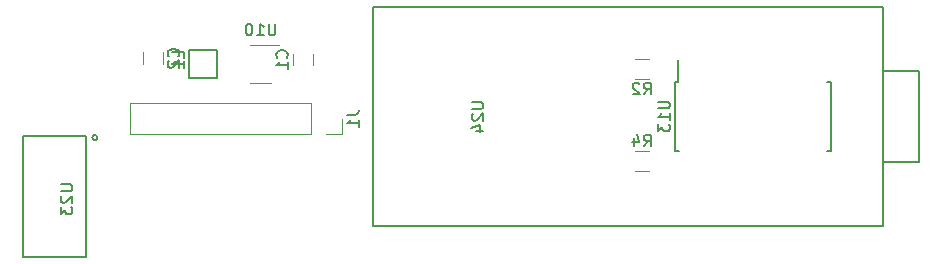
<source format=gbr>
G04 #@! TF.FileFunction,Legend,Bot*
%FSLAX46Y46*%
G04 Gerber Fmt 4.6, Leading zero omitted, Abs format (unit mm)*
G04 Created by KiCad (PCBNEW 4.0.7+dfsg1-1) date Mon Nov  5 17:33:27 2018*
%MOMM*%
%LPD*%
G01*
G04 APERTURE LIST*
%ADD10C,0.100000*%
%ADD11C,0.120000*%
%ADD12C,0.150000*%
G04 APERTURE END LIST*
D10*
D11*
X158850000Y-105400000D02*
X158850000Y-104400000D01*
X160550000Y-104400000D02*
X160550000Y-105400000D01*
X147850000Y-104300000D02*
X147850000Y-105300000D01*
X146150000Y-105300000D02*
X146150000Y-104300000D01*
X145030000Y-111230000D02*
X145030000Y-108570000D01*
X160330000Y-111230000D02*
X145030000Y-111230000D01*
X160330000Y-108570000D02*
X145030000Y-108570000D01*
X160330000Y-111230000D02*
X160330000Y-108570000D01*
X161600000Y-111230000D02*
X162930000Y-111230000D01*
X162930000Y-111230000D02*
X162930000Y-109900000D01*
X188962000Y-104812000D02*
X187762000Y-104812000D01*
X187762000Y-106572000D02*
X188962000Y-106572000D01*
X187762000Y-114372000D02*
X188962000Y-114372000D01*
X188962000Y-112612000D02*
X187762000Y-112612000D01*
X157000000Y-106910000D02*
X155200000Y-106910000D01*
X155200000Y-103690000D02*
X157650000Y-103690000D01*
D12*
X191187000Y-106767000D02*
X191437000Y-106767000D01*
X191187000Y-112617000D02*
X191522000Y-112617000D01*
X204337000Y-112617000D02*
X204002000Y-112617000D01*
X204337000Y-106767000D02*
X204002000Y-106767000D01*
X191187000Y-106767000D02*
X191187000Y-112617000D01*
X204337000Y-106767000D02*
X204337000Y-112617000D01*
X191437000Y-106767000D02*
X191437000Y-104967000D01*
X142263607Y-111500000D02*
G75*
G03X142263607Y-111500000I-223607J0D01*
G01*
X135990000Y-111400000D02*
X135990000Y-121600000D01*
X135990000Y-121600000D02*
X141290000Y-121600000D01*
X141290000Y-121600000D02*
X141290000Y-111400000D01*
X141290000Y-111400000D02*
X135990000Y-111400000D01*
X152400000Y-106500000D02*
X152400000Y-104100000D01*
X152400000Y-104100000D02*
X150000000Y-104100000D01*
X150000000Y-104100000D02*
X150000000Y-106500000D01*
X150000000Y-106500000D02*
X152400000Y-106500000D01*
X211848000Y-105878000D02*
X211848000Y-113578000D01*
X211848000Y-113578000D02*
X208798000Y-113578000D01*
X208798000Y-105878000D02*
X211848000Y-105878000D01*
X165608000Y-100458000D02*
X165608000Y-118998000D01*
X165608000Y-118998000D02*
X208788000Y-118998000D01*
X208788000Y-118998000D02*
X208788000Y-100458000D01*
X208788000Y-100458000D02*
X165608000Y-100458000D01*
X158307143Y-104733334D02*
X158354762Y-104685715D01*
X158402381Y-104542858D01*
X158402381Y-104447620D01*
X158354762Y-104304762D01*
X158259524Y-104209524D01*
X158164286Y-104161905D01*
X157973810Y-104114286D01*
X157830952Y-104114286D01*
X157640476Y-104161905D01*
X157545238Y-104209524D01*
X157450000Y-104304762D01*
X157402381Y-104447620D01*
X157402381Y-104542858D01*
X157450000Y-104685715D01*
X157497619Y-104733334D01*
X158402381Y-105685715D02*
X158402381Y-105114286D01*
X158402381Y-105400000D02*
X157402381Y-105400000D01*
X157545238Y-105304762D01*
X157640476Y-105209524D01*
X157688095Y-105114286D01*
X149107143Y-104633334D02*
X149154762Y-104585715D01*
X149202381Y-104442858D01*
X149202381Y-104347620D01*
X149154762Y-104204762D01*
X149059524Y-104109524D01*
X148964286Y-104061905D01*
X148773810Y-104014286D01*
X148630952Y-104014286D01*
X148440476Y-104061905D01*
X148345238Y-104109524D01*
X148250000Y-104204762D01*
X148202381Y-104347620D01*
X148202381Y-104442858D01*
X148250000Y-104585715D01*
X148297619Y-104633334D01*
X148297619Y-105014286D02*
X148250000Y-105061905D01*
X148202381Y-105157143D01*
X148202381Y-105395239D01*
X148250000Y-105490477D01*
X148297619Y-105538096D01*
X148392857Y-105585715D01*
X148488095Y-105585715D01*
X148630952Y-105538096D01*
X149202381Y-104966667D01*
X149202381Y-105585715D01*
X163382381Y-109566667D02*
X164096667Y-109566667D01*
X164239524Y-109519047D01*
X164334762Y-109423809D01*
X164382381Y-109280952D01*
X164382381Y-109185714D01*
X164382381Y-110566667D02*
X164382381Y-109995238D01*
X164382381Y-110280952D02*
X163382381Y-110280952D01*
X163525238Y-110185714D01*
X163620476Y-110090476D01*
X163668095Y-109995238D01*
X188528666Y-107844381D02*
X188862000Y-107368190D01*
X189100095Y-107844381D02*
X189100095Y-106844381D01*
X188719142Y-106844381D01*
X188623904Y-106892000D01*
X188576285Y-106939619D01*
X188528666Y-107034857D01*
X188528666Y-107177714D01*
X188576285Y-107272952D01*
X188623904Y-107320571D01*
X188719142Y-107368190D01*
X189100095Y-107368190D01*
X188147714Y-106939619D02*
X188100095Y-106892000D01*
X188004857Y-106844381D01*
X187766761Y-106844381D01*
X187671523Y-106892000D01*
X187623904Y-106939619D01*
X187576285Y-107034857D01*
X187576285Y-107130095D01*
X187623904Y-107272952D01*
X188195333Y-107844381D01*
X187576285Y-107844381D01*
X188528666Y-112244381D02*
X188862000Y-111768190D01*
X189100095Y-112244381D02*
X189100095Y-111244381D01*
X188719142Y-111244381D01*
X188623904Y-111292000D01*
X188576285Y-111339619D01*
X188528666Y-111434857D01*
X188528666Y-111577714D01*
X188576285Y-111672952D01*
X188623904Y-111720571D01*
X188719142Y-111768190D01*
X189100095Y-111768190D01*
X187671523Y-111577714D02*
X187671523Y-112244381D01*
X187909619Y-111196762D02*
X188147714Y-111911048D01*
X187528666Y-111911048D01*
X157338095Y-101852381D02*
X157338095Y-102661905D01*
X157290476Y-102757143D01*
X157242857Y-102804762D01*
X157147619Y-102852381D01*
X156957142Y-102852381D01*
X156861904Y-102804762D01*
X156814285Y-102757143D01*
X156766666Y-102661905D01*
X156766666Y-101852381D01*
X155766666Y-102852381D02*
X156338095Y-102852381D01*
X156052381Y-102852381D02*
X156052381Y-101852381D01*
X156147619Y-101995238D01*
X156242857Y-102090476D01*
X156338095Y-102138095D01*
X155147619Y-101852381D02*
X155052380Y-101852381D01*
X154957142Y-101900000D01*
X154909523Y-101947619D01*
X154861904Y-102042857D01*
X154814285Y-102233333D01*
X154814285Y-102471429D01*
X154861904Y-102661905D01*
X154909523Y-102757143D01*
X154957142Y-102804762D01*
X155052380Y-102852381D01*
X155147619Y-102852381D01*
X155242857Y-102804762D01*
X155290476Y-102757143D01*
X155338095Y-102661905D01*
X155385714Y-102471429D01*
X155385714Y-102233333D01*
X155338095Y-102042857D01*
X155290476Y-101947619D01*
X155242857Y-101900000D01*
X155147619Y-101852381D01*
X189714381Y-108453905D02*
X190523905Y-108453905D01*
X190619143Y-108501524D01*
X190666762Y-108549143D01*
X190714381Y-108644381D01*
X190714381Y-108834858D01*
X190666762Y-108930096D01*
X190619143Y-108977715D01*
X190523905Y-109025334D01*
X189714381Y-109025334D01*
X190714381Y-110025334D02*
X190714381Y-109453905D01*
X190714381Y-109739619D02*
X189714381Y-109739619D01*
X189857238Y-109644381D01*
X189952476Y-109549143D01*
X190000095Y-109453905D01*
X189714381Y-110358667D02*
X189714381Y-110977715D01*
X190095333Y-110644381D01*
X190095333Y-110787239D01*
X190142952Y-110882477D01*
X190190571Y-110930096D01*
X190285810Y-110977715D01*
X190523905Y-110977715D01*
X190619143Y-110930096D01*
X190666762Y-110882477D01*
X190714381Y-110787239D01*
X190714381Y-110501524D01*
X190666762Y-110406286D01*
X190619143Y-110358667D01*
X139142381Y-115461905D02*
X139951905Y-115461905D01*
X140047143Y-115509524D01*
X140094762Y-115557143D01*
X140142381Y-115652381D01*
X140142381Y-115842858D01*
X140094762Y-115938096D01*
X140047143Y-115985715D01*
X139951905Y-116033334D01*
X139142381Y-116033334D01*
X139237619Y-116461905D02*
X139190000Y-116509524D01*
X139142381Y-116604762D01*
X139142381Y-116842858D01*
X139190000Y-116938096D01*
X139237619Y-116985715D01*
X139332857Y-117033334D01*
X139428095Y-117033334D01*
X139570952Y-116985715D01*
X140142381Y-116414286D01*
X140142381Y-117033334D01*
X139142381Y-117366667D02*
X139142381Y-117985715D01*
X139523333Y-117652381D01*
X139523333Y-117795239D01*
X139570952Y-117890477D01*
X139618571Y-117938096D01*
X139713810Y-117985715D01*
X139951905Y-117985715D01*
X140047143Y-117938096D01*
X140094762Y-117890477D01*
X140142381Y-117795239D01*
X140142381Y-117509524D01*
X140094762Y-117414286D01*
X140047143Y-117366667D01*
X149552381Y-104733334D02*
X149552381Y-104257143D01*
X148552381Y-104257143D01*
X149552381Y-105590477D02*
X149552381Y-105019048D01*
X149552381Y-105304762D02*
X148552381Y-105304762D01*
X148695238Y-105209524D01*
X148790476Y-105114286D01*
X148838095Y-105019048D01*
X173950381Y-108489905D02*
X174759905Y-108489905D01*
X174855143Y-108537524D01*
X174902762Y-108585143D01*
X174950381Y-108680381D01*
X174950381Y-108870858D01*
X174902762Y-108966096D01*
X174855143Y-109013715D01*
X174759905Y-109061334D01*
X173950381Y-109061334D01*
X174045619Y-109489905D02*
X173998000Y-109537524D01*
X173950381Y-109632762D01*
X173950381Y-109870858D01*
X173998000Y-109966096D01*
X174045619Y-110013715D01*
X174140857Y-110061334D01*
X174236095Y-110061334D01*
X174378952Y-110013715D01*
X174950381Y-109442286D01*
X174950381Y-110061334D01*
X174283714Y-110918477D02*
X174950381Y-110918477D01*
X173902762Y-110680381D02*
X174617048Y-110442286D01*
X174617048Y-111061334D01*
M02*

</source>
